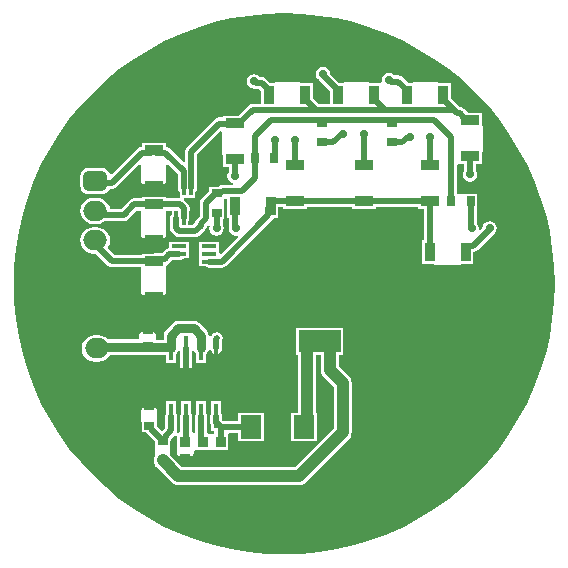
<source format=gbl>
G04*
G04 #@! TF.GenerationSoftware,Altium Limited,Altium Designer,21.4.1 (30)*
G04*
G04 Layer_Physical_Order=2*
G04 Layer_Color=16711680*
%FSLAX25Y25*%
%MOIN*%
G70*
G04*
G04 #@! TF.SameCoordinates,C5A25FCA-50C6-4F6C-8C9A-811C773B13C6*
G04*
G04*
G04 #@! TF.FilePolarity,Positive*
G04*
G01*
G75*
%ADD20C,0.02000*%
G04:AMPARAMS|DCode=21|XSize=66.93mil|YSize=78.74mil|CornerRadius=16.73mil|HoleSize=0mil|Usage=FLASHONLY|Rotation=270.000|XOffset=0mil|YOffset=0mil|HoleType=Round|Shape=RoundedRectangle|*
%AMROUNDEDRECTD21*
21,1,0.06693,0.04528,0,0,270.0*
21,1,0.03347,0.07874,0,0,270.0*
1,1,0.03346,-0.02264,-0.01673*
1,1,0.03346,-0.02264,0.01673*
1,1,0.03346,0.02264,0.01673*
1,1,0.03346,0.02264,-0.01673*
%
%ADD21ROUNDEDRECTD21*%
%ADD22O,0.07874X0.06693*%
%ADD23C,0.23622*%
%ADD24C,0.02756*%
%ADD25R,0.01181X0.05118*%
%ADD26R,0.06496X0.03543*%
%ADD27R,0.03347X0.02756*%
%ADD28R,0.02756X0.03347*%
%ADD29R,0.14173X0.07284*%
%ADD30R,0.07087X0.07874*%
%ADD31R,0.01772X0.08465*%
%ADD32R,0.12205X0.09449*%
%ADD33R,0.03740X0.03740*%
%ADD34R,0.03740X0.03740*%
%ADD35R,0.03543X0.06496*%
%ADD36R,0.05118X0.01181*%
%ADD37C,0.04000*%
%ADD38C,0.03000*%
G36*
X383399Y392507D02*
X389274Y391929D01*
X395097Y390967D01*
X400845Y389627D01*
X406494Y387913D01*
X412018Y385834D01*
X417394Y383398D01*
X422600Y380616D01*
X427613Y377499D01*
X432410Y374061D01*
X436973Y370316D01*
X441281Y366281D01*
X445316Y361973D01*
X449061Y357410D01*
X452499Y352613D01*
X455616Y347600D01*
X458398Y342394D01*
X460834Y337018D01*
X462913Y331494D01*
X464627Y325846D01*
X465967Y320097D01*
X466929Y314274D01*
X467507Y308399D01*
X467700Y302500D01*
X467507Y296601D01*
X466929Y290726D01*
X465967Y284903D01*
X464627Y279154D01*
X462913Y273506D01*
X460834Y267982D01*
X458398Y262606D01*
X455616Y257400D01*
X452499Y252387D01*
X449061Y247590D01*
X445316Y243027D01*
X441281Y238719D01*
X436973Y234684D01*
X432410Y230939D01*
X427613Y227501D01*
X422600Y224384D01*
X417394Y221602D01*
X412018Y219166D01*
X406494Y217087D01*
X400845Y215373D01*
X395097Y214033D01*
X389274Y213071D01*
X383399Y212493D01*
X377500Y212300D01*
X371601Y212493D01*
X365726Y213071D01*
X359903Y214033D01*
X354154Y215373D01*
X348506Y217087D01*
X342982Y219166D01*
X337606Y221602D01*
X332400Y224384D01*
X327387Y227501D01*
X322590Y230939D01*
X318027Y234684D01*
X313719Y238719D01*
X309684Y243027D01*
X305939Y247590D01*
X302501Y252387D01*
X299384Y257400D01*
X296602Y262606D01*
X294166Y267982D01*
X292087Y273506D01*
X290373Y279154D01*
X289033Y284903D01*
X288071Y290726D01*
X287493Y296601D01*
X287300Y302500D01*
X287493Y308399D01*
X288071Y314274D01*
X289033Y320097D01*
X290373Y325846D01*
X292087Y331494D01*
X294166Y337018D01*
X296602Y342394D01*
X299384Y347600D01*
X302501Y352613D01*
X305939Y357410D01*
X309684Y361973D01*
X313719Y366281D01*
X318027Y370316D01*
X322590Y374061D01*
X327387Y377499D01*
X332400Y380616D01*
X337606Y383398D01*
X342982Y385834D01*
X348506Y387913D01*
X354154Y389627D01*
X359903Y390967D01*
X365726Y391929D01*
X371601Y392507D01*
X377500Y392700D01*
X383399Y392507D01*
D02*
G37*
%LPC*%
G36*
X390500Y374924D02*
X389572Y374740D01*
X388786Y374214D01*
X388260Y373428D01*
X388075Y372500D01*
X388260Y371572D01*
X388786Y370786D01*
X388970Y370662D01*
X389058Y370531D01*
X392937Y366652D01*
Y362539D01*
X388872D01*
X387063Y364348D01*
Y369535D01*
X383108D01*
X383024Y369592D01*
X382634Y369669D01*
X374366D01*
X373976Y369592D01*
X373892Y369535D01*
X372821D01*
X371488Y370868D01*
X370827Y371310D01*
X370046Y371465D01*
X369381D01*
X369214Y371714D01*
X368428Y372240D01*
X367500Y372425D01*
X366572Y372240D01*
X365786Y371714D01*
X365260Y370928D01*
X365075Y370000D01*
X365260Y369072D01*
X365786Y368286D01*
X366572Y367760D01*
X367135Y367648D01*
X367294Y367542D01*
X368074Y367387D01*
X368074Y367387D01*
X369202D01*
X369937Y366652D01*
Y362539D01*
X366972D01*
X366192Y362384D01*
X365530Y361942D01*
X362152Y358563D01*
X356965D01*
Y357963D01*
X355924D01*
X355143Y357807D01*
X354482Y357365D01*
X354482Y357365D01*
X345117Y348001D01*
X344675Y347339D01*
X344520Y346559D01*
Y343209D01*
X343966Y342979D01*
X339270Y347674D01*
X338609Y348116D01*
X338035Y348230D01*
Y349563D01*
X329965D01*
Y348218D01*
X329452Y348116D01*
X328790Y347674D01*
X319997Y338880D01*
X319368Y339056D01*
X319099Y339706D01*
X318670Y340265D01*
X318112Y340693D01*
X317462Y340963D01*
X316764Y341055D01*
X312236D01*
X311538Y340963D01*
X310888Y340693D01*
X310330Y340265D01*
X309901Y339706D01*
X309632Y339056D01*
X309540Y338358D01*
Y335012D01*
X309632Y334314D01*
X309901Y333664D01*
X310330Y333105D01*
X310888Y332677D01*
X311538Y332407D01*
X312236Y332315D01*
X316764D01*
X317462Y332407D01*
X318112Y332677D01*
X318670Y333105D01*
X319099Y333664D01*
X319302Y334155D01*
X320194D01*
X320975Y334310D01*
X321636Y334752D01*
X329276Y342393D01*
X329831Y342163D01*
Y336866D01*
X329908Y336476D01*
X330129Y336145D01*
X330460Y335924D01*
X330850Y335846D01*
X337150D01*
X337540Y335924D01*
X337871Y336145D01*
X338092Y336476D01*
X338169Y336866D01*
Y342224D01*
X338723Y342453D01*
X341961Y339216D01*
Y334500D01*
X342116Y333720D01*
X342558Y333058D01*
X342622Y333015D01*
Y331524D01*
X342622Y331154D01*
X342086Y331000D01*
X338035D01*
Y331563D01*
X329965D01*
Y331000D01*
X327480D01*
X326700Y330845D01*
X326038Y330403D01*
X323175Y327539D01*
X319383D01*
X319325Y327977D01*
X318887Y329034D01*
X318191Y329942D01*
X317283Y330639D01*
X316225Y331077D01*
X315091Y331226D01*
X313909D01*
X312775Y331077D01*
X311718Y330639D01*
X310809Y329942D01*
X310113Y329034D01*
X309675Y327977D01*
X309525Y326842D01*
X309675Y325708D01*
X310113Y324651D01*
X310809Y323743D01*
X311718Y323046D01*
X312775Y322608D01*
X313909Y322459D01*
X315091D01*
X316225Y322608D01*
X317283Y323046D01*
X317823Y323461D01*
X324020D01*
X324800Y323616D01*
X325462Y324058D01*
X328325Y326922D01*
X329831D01*
Y318866D01*
X329908Y318476D01*
X330129Y318145D01*
X330460Y317924D01*
X330850Y317846D01*
X337150D01*
X337540Y317924D01*
X337871Y318145D01*
X338092Y318476D01*
X338169Y318866D01*
Y326922D01*
X340063D01*
Y325945D01*
X339999Y325903D01*
X339557Y325241D01*
X339402Y324461D01*
Y321172D01*
X339557Y320391D01*
X339999Y319730D01*
X341171Y318558D01*
X341171Y318558D01*
X341832Y318116D01*
X342613Y317961D01*
X347776D01*
X348556Y318116D01*
X349218Y318558D01*
X351079Y320419D01*
X351521Y321081D01*
X351625Y321605D01*
X352094Y322075D01*
X352724Y321918D01*
X352751Y321883D01*
X352575Y321000D01*
X352760Y320072D01*
X353286Y319286D01*
X354072Y318760D01*
X355000Y318576D01*
X355928Y318760D01*
X356714Y319286D01*
X357240Y320072D01*
X357424Y321000D01*
X357240Y321928D01*
X357039Y322228D01*
Y324087D01*
X357461D01*
Y327254D01*
X357517Y327338D01*
X357594Y327728D01*
Y330912D01*
X357837Y331112D01*
X358437Y330829D01*
Y324465D01*
X359209D01*
Y321671D01*
X359075Y321000D01*
X359260Y320072D01*
X359786Y319286D01*
X360572Y318760D01*
X361500Y318576D01*
X361758Y318627D01*
X362054Y318074D01*
X356486Y312506D01*
X355886Y312754D01*
Y316437D01*
X349193D01*
Y313681D01*
Y311122D01*
X349193D01*
Y308563D01*
X351015D01*
X351058Y308499D01*
X351720Y308057D01*
X352500Y307902D01*
X356805D01*
X357585Y308057D01*
X358247Y308499D01*
X373674Y323926D01*
X374034Y324465D01*
X375563D01*
Y327957D01*
X376965D01*
Y327437D01*
X385035D01*
Y327957D01*
X399965D01*
Y327437D01*
X408035D01*
Y327957D01*
X421965D01*
Y327437D01*
X423961D01*
Y317035D01*
X423437D01*
Y308965D01*
X427392D01*
X427476Y308908D01*
X427866Y308831D01*
X436134D01*
X436524Y308908D01*
X436608Y308965D01*
X440563D01*
Y313209D01*
X440612D01*
X441392Y313364D01*
X442054Y313806D01*
X447169Y318921D01*
X447714Y319286D01*
X448240Y320072D01*
X448424Y321000D01*
X448240Y321928D01*
X447714Y322714D01*
X446928Y323240D01*
X446000Y323425D01*
X445072Y323240D01*
X444286Y322714D01*
X443760Y321928D01*
X443599Y321119D01*
X442926Y320446D01*
X442373Y320742D01*
X442424Y321000D01*
X442240Y321928D01*
X441913Y322417D01*
Y327539D01*
X441913D01*
Y332461D01*
X438746D01*
X438662Y332517D01*
X438272Y332594D01*
X435039D01*
Y342016D01*
X435465Y342437D01*
X437461D01*
Y340228D01*
X437260Y339928D01*
X437076Y339000D01*
X437260Y338072D01*
X437786Y337286D01*
X438572Y336760D01*
X439500Y336576D01*
X440428Y336760D01*
X441214Y337286D01*
X441740Y338072D01*
X441924Y339000D01*
X441740Y339928D01*
X441539Y340228D01*
Y342437D01*
X443535D01*
Y346392D01*
X443592Y346476D01*
X443669Y346866D01*
Y355134D01*
X443592Y355524D01*
X443535Y355608D01*
Y359563D01*
X438775D01*
X438694Y359684D01*
X438694Y359684D01*
X437522Y360855D01*
X436861Y361297D01*
X436080Y361453D01*
X435959D01*
X435469Y361942D01*
X435469Y361942D01*
X433063Y364348D01*
Y369535D01*
X429108D01*
X429024Y369592D01*
X428634Y369669D01*
X420366D01*
X419976Y369592D01*
X419892Y369535D01*
X418821D01*
X416988Y371368D01*
X416327Y371810D01*
X415547Y371965D01*
X414381D01*
X414214Y372214D01*
X413428Y372740D01*
X412500Y372924D01*
X411572Y372740D01*
X410786Y372214D01*
X410260Y371428D01*
X410076Y370500D01*
X410156Y370097D01*
X409656Y369535D01*
X406108D01*
X406024Y369592D01*
X405634Y369669D01*
X397366D01*
X396976Y369592D01*
X396892Y369535D01*
X395821D01*
X392913Y372443D01*
X392924Y372500D01*
X392740Y373428D01*
X392214Y374214D01*
X391428Y374740D01*
X390500Y374924D01*
D02*
G37*
G36*
X315091Y321384D02*
X313909D01*
X312775Y321235D01*
X311718Y320797D01*
X310809Y320100D01*
X310113Y319192D01*
X309675Y318135D01*
X309525Y317000D01*
X309675Y315865D01*
X310113Y314808D01*
X310809Y313900D01*
X311718Y313203D01*
X312775Y312765D01*
X313909Y312616D01*
X314658D01*
X318712Y308562D01*
X319373Y308120D01*
X320153Y307965D01*
X329831D01*
Y299866D01*
X329908Y299476D01*
X330129Y299145D01*
X330460Y298924D01*
X330850Y298847D01*
X337150D01*
X337540Y298924D01*
X337871Y299145D01*
X338092Y299476D01*
X338169Y299866D01*
Y308134D01*
X338092Y308524D01*
X338523Y308949D01*
X339099Y309334D01*
X340045Y310280D01*
X342500D01*
X343280Y310435D01*
X343942Y310877D01*
X344106Y311122D01*
X345847D01*
Y313681D01*
Y316437D01*
X339154D01*
Y314349D01*
X338420Y314203D01*
X337759Y313761D01*
X336813Y312815D01*
X334772D01*
X333991Y312660D01*
X333847Y312563D01*
X329965D01*
Y312043D01*
X320998D01*
X318603Y314438D01*
X318887Y314808D01*
X319325Y315865D01*
X319475Y317000D01*
X319325Y318135D01*
X318887Y319192D01*
X318191Y320100D01*
X317283Y320797D01*
X316225Y321235D01*
X315091Y321384D01*
D02*
G37*
G36*
X347457Y290177D02*
X342228D01*
X341252Y289983D01*
X340425Y289430D01*
X338040Y287045D01*
X337488Y286218D01*
X337294Y285243D01*
Y283853D01*
X334791D01*
Y285437D01*
X334714Y285827D01*
X334493Y286158D01*
X334162Y286379D01*
X333772Y286457D01*
X330228D01*
X329838Y286379D01*
X329507Y286158D01*
X329286Y285827D01*
X329209Y285437D01*
Y284049D01*
X318730D01*
X318690Y284100D01*
X317782Y284797D01*
X316725Y285235D01*
X315591Y285384D01*
X314409D01*
X313275Y285235D01*
X312217Y284797D01*
X311310Y284100D01*
X310613Y283192D01*
X310175Y282135D01*
X310026Y281000D01*
X310175Y279865D01*
X310613Y278808D01*
X311310Y277900D01*
X312217Y277203D01*
X313275Y276765D01*
X314409Y276616D01*
X315591D01*
X316725Y276765D01*
X317782Y277203D01*
X318690Y277900D01*
X319387Y278808D01*
X319446Y278951D01*
X329343D01*
Y278842D01*
X331560D01*
X332000Y278755D01*
X338169D01*
Y276088D01*
X341516D01*
Y279219D01*
X341645Y279306D01*
X342197Y280133D01*
X342203Y280162D01*
X342803Y280103D01*
Y272289D01*
X342959Y271509D01*
X343401Y270847D01*
X345901Y268347D01*
X346562Y267905D01*
X347342Y267750D01*
X348123Y267905D01*
X348784Y268347D01*
X349226Y269009D01*
X349382Y269789D01*
X349226Y270570D01*
X348784Y271231D01*
X346882Y273134D01*
Y280103D01*
X347482Y280162D01*
X347488Y280133D01*
X348040Y279306D01*
X348169Y279219D01*
Y276088D01*
X351516D01*
Y279219D01*
X351645Y279306D01*
X352198Y280133D01*
X352291Y280606D01*
X352903D01*
X352959Y280328D01*
X353401Y279666D01*
X354062Y279224D01*
X354842Y279069D01*
X355623Y279224D01*
X356284Y279666D01*
X356727Y280328D01*
X356882Y281108D01*
Y283715D01*
X356996Y284289D01*
X356841Y285070D01*
X356399Y285731D01*
X355737Y286173D01*
X354957Y286328D01*
X354176Y286173D01*
X353515Y285731D01*
X353401Y285617D01*
X352992Y285005D01*
X352948Y285000D01*
X352392Y285243D01*
X352198Y286218D01*
X351645Y287045D01*
X349260Y289430D01*
X348433Y289983D01*
X347457Y290177D01*
D02*
G37*
G36*
X372673Y285328D02*
X368673D01*
X367893Y285173D01*
X367231Y284731D01*
X366789Y284070D01*
X366634Y283289D01*
X366789Y282509D01*
X367231Y281847D01*
X367893Y281405D01*
X368673Y281250D01*
X372673D01*
X373454Y281405D01*
X374115Y281847D01*
X374557Y282509D01*
X374712Y283289D01*
X374557Y284070D01*
X374115Y284731D01*
X373454Y285173D01*
X372673Y285328D01*
D02*
G37*
G36*
X397217Y287718D02*
X381469D01*
Y278860D01*
X381974D01*
Y259514D01*
X379870D01*
Y250065D01*
X388531D01*
Y259514D01*
X388026D01*
Y278860D01*
X389761D01*
Y273747D01*
X389865Y272964D01*
X390167Y272234D01*
X390648Y271607D01*
X393974Y268281D01*
Y257500D01*
Y254253D01*
X381247Y241526D01*
X343505D01*
X339594Y245437D01*
Y248772D01*
X339517Y249162D01*
X339461Y249246D01*
Y249701D01*
X339557Y249846D01*
X339708Y250606D01*
X341243Y252140D01*
X341420Y252122D01*
X341843Y251937D01*
Y248459D01*
X341786Y248374D01*
X341709Y247984D01*
Y246016D01*
X341786Y245626D01*
X342007Y245295D01*
X342338Y245074D01*
X342728Y244996D01*
X346272D01*
X346662Y245074D01*
X346993Y245295D01*
X347214Y245626D01*
X347291Y246016D01*
Y246748D01*
X347732Y247132D01*
X347891Y247132D01*
X351884D01*
X351968Y247076D01*
X352358Y246998D01*
X354327D01*
X354717Y247076D01*
X354801Y247132D01*
X358953D01*
Y252447D01*
X359413Y252785D01*
X362154D01*
Y250065D01*
X370815D01*
Y259514D01*
X362154D01*
Y256864D01*
X357140D01*
X356882Y257122D01*
Y258470D01*
X356727Y259251D01*
X356516Y259566D01*
Y263490D01*
X353169D01*
Y259566D01*
X352959Y259251D01*
X352803Y258470D01*
Y256110D01*
X352959Y255330D01*
X353169Y255015D01*
Y253451D01*
X354256D01*
Y252580D01*
X352358D01*
X351905Y253102D01*
Y258470D01*
X351750Y259251D01*
X351516Y259601D01*
Y263490D01*
X348169D01*
Y259531D01*
X347982Y259251D01*
X347827Y258470D01*
Y253026D01*
X347650Y252871D01*
X347422Y252750D01*
X346882Y252995D01*
Y258470D01*
X346726Y259251D01*
X346516Y259566D01*
Y263490D01*
X343169D01*
Y259566D01*
X342959Y259251D01*
X342803Y258470D01*
Y252957D01*
X342276Y252652D01*
X342203Y252655D01*
X341796Y253191D01*
X341882Y253624D01*
Y258470D01*
X341726Y259251D01*
X341516Y259566D01*
Y263490D01*
X338169D01*
Y259566D01*
X337959Y259251D01*
X337803Y258470D01*
Y254468D01*
X336734Y253398D01*
X335201Y254931D01*
X335057Y255654D01*
X334961Y255799D01*
Y256254D01*
X335017Y256338D01*
X335094Y256728D01*
Y260272D01*
X335017Y260662D01*
X334796Y260993D01*
X334465Y261214D01*
X334075Y261291D01*
X330925D01*
X330535Y261214D01*
X330204Y260993D01*
X329983Y260662D01*
X329906Y260272D01*
Y256728D01*
X329983Y256338D01*
X330039Y256254D01*
Y253087D01*
X331428D01*
X331731Y252633D01*
X334424Y249940D01*
X334443Y249846D01*
X334539Y249701D01*
Y249246D01*
X334483Y249162D01*
X334406Y248772D01*
Y245299D01*
X334380Y245265D01*
X334077Y244535D01*
X333974Y243752D01*
X334077Y242969D01*
X334380Y242239D01*
X334539Y242031D01*
Y241587D01*
X334886D01*
X340112Y236360D01*
X340739Y235879D01*
X341469Y235577D01*
X342252Y235474D01*
X342252Y235474D01*
X382500D01*
X383283Y235577D01*
X384013Y235879D01*
X384640Y236360D01*
X399140Y250860D01*
X399140Y250860D01*
X399621Y251487D01*
X399923Y252217D01*
X400026Y253000D01*
X400026Y253000D01*
Y257500D01*
Y269534D01*
X399923Y270318D01*
X399621Y271047D01*
X399140Y271674D01*
X395813Y275000D01*
Y278860D01*
X397217D01*
Y287718D01*
D02*
G37*
%LPD*%
G36*
X356831Y353098D02*
Y345866D01*
X356908Y345476D01*
X356965Y345392D01*
Y341437D01*
X358961D01*
Y339728D01*
X358760Y339428D01*
X358576Y338500D01*
X358760Y337572D01*
X359286Y336786D01*
X360072Y336260D01*
X360502Y336175D01*
X360442Y335575D01*
X357073D01*
X356293Y335419D01*
X355631Y334977D01*
X355567Y334913D01*
X352539D01*
Y333467D01*
X350056Y330984D01*
X349614Y330322D01*
X349459Y329542D01*
Y325207D01*
X348195Y323943D01*
X347753Y323281D01*
X347649Y322757D01*
X346931Y322039D01*
X345378D01*
Y322976D01*
X345442Y323019D01*
X345884Y323680D01*
X346039Y324461D01*
Y327789D01*
X345884Y328569D01*
X345442Y329231D01*
X345442Y329231D01*
X344270Y330403D01*
X344044Y330554D01*
X344226Y331153D01*
X345378D01*
Y331154D01*
X347937D01*
Y333015D01*
X348001Y333058D01*
X348443Y333720D01*
X348598Y334500D01*
Y345714D01*
X356231Y353347D01*
X356831Y353098D01*
D02*
G37*
D20*
X332795Y255252D02*
X333173Y254874D01*
X332500Y255252D02*
X332795D01*
X333173Y254075D02*
Y254874D01*
X336327Y250626D02*
Y250921D01*
X336705Y250248D02*
X337000D01*
X333173Y254075D02*
X336327Y250921D01*
Y250626D02*
X336705Y250248D01*
X374374Y344626D02*
Y350374D01*
X439500Y339000D02*
Y344996D01*
X426000Y342004D02*
Y351500D01*
X374374Y350374D02*
X374500Y350500D01*
X390500Y371972D02*
Y372500D01*
X381000Y342004D02*
Y350500D01*
X367500Y370000D02*
X368074Y369426D01*
X370046D02*
X372496Y366976D01*
X438776Y315248D02*
X440612D01*
X439874Y321126D02*
Y329874D01*
X355000Y321000D02*
Y326252D01*
X446000Y320636D02*
Y321000D01*
X404000Y342004D02*
Y352500D01*
X439874Y321126D02*
X440000Y321000D01*
X361000Y338500D02*
Y343996D01*
X390500Y371972D02*
X395496Y366976D01*
X368074Y369426D02*
X370046D01*
X412500Y370500D02*
X413074Y369926D01*
X415547D01*
X413500Y349752D02*
X416940D01*
X418688Y351500D01*
X419500D01*
X361248Y321252D02*
Y328248D01*
Y321252D02*
X361500Y321000D01*
X360996Y328500D02*
X361248Y328248D01*
X393940Y349752D02*
X396688Y352500D01*
X390000Y349752D02*
X393940D01*
X396688Y352500D02*
X397000D01*
X440612Y315248D02*
X446000Y320636D01*
X349637Y322501D02*
X351498Y324362D01*
Y329542D01*
X349637Y321861D02*
Y322501D01*
X342613Y320000D02*
X347776D01*
X349637Y321861D01*
X339201Y312319D02*
X342500D01*
X373000Y357000D02*
X390000D01*
X367752Y351752D02*
X373000Y357000D01*
X390000D02*
X391845D01*
X367752Y344500D02*
Y351752D01*
X341441Y321172D02*
Y321286D01*
Y321172D02*
X342613Y320000D01*
X344843Y249884D02*
Y258470D01*
X344795Y249289D02*
Y249836D01*
X344843Y249884D01*
X391845Y357000D02*
X427500D01*
X433000Y330000D02*
Y351500D01*
X355000Y332748D02*
X356286D01*
X354852D02*
X355000D01*
X354705D02*
X354852D01*
X427500Y357000D02*
X433000Y351500D01*
X375044Y360500D02*
X388028D01*
X369984Y360465D02*
X375008D01*
X369949Y360500D02*
X369984Y360465D01*
X366972Y360500D02*
X369949D01*
X375008Y360465D02*
X375044Y360500D01*
X362476Y356004D02*
X366972Y360500D01*
X415984Y360465D02*
X421008D01*
X415949Y360500D02*
X415984Y360465D01*
X434028Y360500D02*
X435114Y359413D01*
X421043Y360500D02*
X434028D01*
X421008Y360465D02*
X421043Y360500D01*
X430504Y364024D02*
X434028Y360500D01*
X411028D02*
X415949D01*
X388028D02*
X392949D01*
X392984Y360465D02*
X398008D01*
X398043Y360500D01*
X384504Y364024D02*
X388028Y360500D01*
X407504Y364024D02*
X411028Y360500D01*
X398043D02*
X411028D01*
X392949D02*
X392984Y360465D01*
X346559Y334500D02*
Y346559D01*
X355924Y355924D01*
X360920D02*
X361000Y356004D01*
X355924Y355924D02*
X360920D01*
X334000Y310004D02*
X334863D01*
X320153D02*
X334000D01*
X334772Y310776D01*
X337657D01*
X339201Y312319D01*
X344000Y334500D02*
Y340061D01*
X337828Y346232D02*
X344000Y340061D01*
X334925Y346232D02*
X337828D01*
X334000Y347158D02*
X334925Y346232D01*
X361000Y356004D02*
X362476D01*
X315352Y336194D02*
X320194D01*
X333075Y346232D02*
X334000Y347158D01*
X330232Y346232D02*
X333075D01*
X314500Y335343D02*
X315352Y336194D01*
X320194D02*
X330232Y346232D01*
X341441Y321286D02*
Y324461D01*
X344000D02*
Y327789D01*
X342828Y328961D02*
X344000Y327789D01*
X334000Y328961D02*
X342828D01*
X327480D02*
X334000D01*
X324020Y325500D02*
X327480Y328961D01*
X314500Y315657D02*
X320153Y310004D01*
X351498Y329542D02*
X354705Y332748D01*
X357073Y333535D02*
X363535D01*
X356286Y332748D02*
X357073Y333535D01*
X363535D02*
X367752Y337752D01*
X435114Y359413D02*
X436080D01*
X430504Y364024D02*
Y365500D01*
X438024Y357004D02*
X439500D01*
X437252Y357776D02*
Y358242D01*
Y357776D02*
X438024Y357004D01*
X436080Y359413D02*
X437252Y358242D01*
X384504Y364024D02*
Y365500D01*
X407504Y364024D02*
Y365500D01*
X374248Y344500D02*
X374374Y344626D01*
X395496Y365500D02*
Y366976D01*
X372496Y365500D02*
Y366976D01*
X418496Y365500D02*
Y366976D01*
X415547Y369926D02*
X418496Y366976D01*
X367752Y337752D02*
Y344500D01*
X352500Y309941D02*
X356805D01*
X372232Y325368D01*
X381000Y329996D02*
X403000D01*
X373776D02*
X381000D01*
X373004Y328500D02*
Y329224D01*
X373776Y329996D01*
X372232Y325368D02*
Y327728D01*
X373004Y328500D01*
X438004Y314476D02*
X438776Y315248D01*
X439748Y330000D02*
X439874Y329874D01*
X438004Y313000D02*
Y314476D01*
X403000Y329996D02*
X426000D01*
Y312247D02*
Y329996D01*
X314500Y325500D02*
X324020D01*
X368673Y283289D02*
X372673D01*
X337673Y250626D02*
Y251454D01*
X339843Y253624D01*
X337462Y250415D02*
X337673Y250626D01*
X344843Y272289D02*
X347342Y269789D01*
X344843Y272289D02*
Y281108D01*
X349866Y249813D02*
Y258470D01*
X356295Y249789D02*
Y254825D01*
X354957Y255996D02*
X355124D01*
X354842Y256110D02*
Y258470D01*
X355124Y255996D02*
X356295Y254825D01*
X354842Y256110D02*
X354957Y255996D01*
X354842Y284175D02*
X354957Y284289D01*
X354842Y281108D02*
Y284175D01*
X339843Y253624D02*
Y258470D01*
X366449Y254825D02*
X366484Y254789D01*
X356295Y254825D02*
X366449D01*
D21*
X314500Y336685D02*
D03*
X315000Y290843D02*
D03*
D22*
X314500Y326842D02*
D03*
Y317000D02*
D03*
X315000Y281000D02*
D03*
D23*
X395000Y228500D02*
D03*
X342000Y363000D02*
D03*
D24*
X452756Y334646D02*
D03*
X462598Y314961D02*
D03*
X452756Y255906D02*
D03*
X433071Y295276D02*
D03*
X423228Y236221D02*
D03*
X374016Y374016D02*
D03*
Y216535D02*
D03*
X354331Y374016D02*
D03*
X324803Y354331D02*
D03*
Y314961D02*
D03*
Y275591D02*
D03*
X314961Y255906D02*
D03*
X324803Y236221D02*
D03*
X295276Y334646D02*
D03*
X305118Y314961D02*
D03*
X295276Y295276D02*
D03*
X305118Y275591D02*
D03*
X446000Y321000D02*
D03*
X390500Y372500D02*
D03*
X367500Y370000D02*
D03*
X419500Y351500D02*
D03*
X355000Y321000D02*
D03*
X381000Y350500D02*
D03*
X361500Y321000D02*
D03*
X439500Y339000D02*
D03*
X426000Y351500D02*
D03*
X412500Y370500D02*
D03*
X397000Y257500D02*
D03*
X440000Y321000D02*
D03*
X374500Y350500D02*
D03*
X353000Y343000D02*
D03*
X404000Y352500D02*
D03*
X397000D02*
D03*
X361000Y338500D02*
D03*
D25*
X344000Y334500D02*
D03*
X341441D02*
D03*
X344000Y324461D02*
D03*
X341441D02*
D03*
X346559Y334500D02*
D03*
Y324461D02*
D03*
D26*
X334000Y297996D02*
D03*
Y310004D02*
D03*
X381000Y342004D02*
D03*
Y329996D02*
D03*
X334000Y334996D02*
D03*
Y347004D02*
D03*
X426000Y329996D02*
D03*
Y342004D02*
D03*
X404000Y329996D02*
D03*
Y342004D02*
D03*
X334000Y329004D02*
D03*
Y316996D02*
D03*
X439500Y357004D02*
D03*
Y344996D02*
D03*
X361000Y343996D02*
D03*
Y356004D02*
D03*
D27*
X413500Y349752D02*
D03*
Y356248D02*
D03*
X390000D02*
D03*
Y349752D02*
D03*
X332500Y255252D02*
D03*
Y261748D02*
D03*
X337000Y243752D02*
D03*
Y250248D02*
D03*
X355000Y332748D02*
D03*
Y326252D02*
D03*
D28*
X367752Y344500D02*
D03*
X374248D02*
D03*
X433252Y330000D02*
D03*
X439748D02*
D03*
D29*
X389342Y283289D02*
D03*
X368673D02*
D03*
D30*
X366484Y254789D02*
D03*
X384201D02*
D03*
D31*
X354842Y281108D02*
D03*
Y258470D02*
D03*
X349843D02*
D03*
X344843D02*
D03*
X339843D02*
D03*
X349843Y281108D02*
D03*
X344843D02*
D03*
X339843D02*
D03*
D32*
X347342Y269789D02*
D03*
D33*
X344500Y244047D02*
D03*
Y249953D02*
D03*
X332000Y287405D02*
D03*
Y281500D02*
D03*
D34*
X356295Y249789D02*
D03*
X350390D02*
D03*
D35*
X372496Y365500D02*
D03*
X384504D02*
D03*
X438004Y313000D02*
D03*
X425996D02*
D03*
X360996Y328500D02*
D03*
X373004D02*
D03*
X395496Y365500D02*
D03*
X407504D02*
D03*
X418496D02*
D03*
X430504D02*
D03*
D36*
X352539Y312500D02*
D03*
Y315059D02*
D03*
X342500Y312500D02*
D03*
Y315059D02*
D03*
X352539Y309941D02*
D03*
X342500D02*
D03*
D37*
X397000Y257329D02*
Y269534D01*
Y253000D02*
Y257500D01*
X382500Y238500D02*
X397000Y253000D01*
X342252Y238500D02*
X382500D01*
X392787Y273747D02*
Y283289D01*
Y273747D02*
X397000Y269534D01*
X337000Y243752D02*
X342252Y238500D01*
X386642Y283289D02*
X392787D01*
X385000Y281647D02*
X386642Y283289D01*
X384201Y254789D02*
X385000Y255588D01*
Y281647D01*
D38*
X315000Y280000D02*
X316590D01*
X318090Y281500D02*
X332000D01*
X316590Y280000D02*
X318090Y281500D01*
X339843Y285243D02*
X342228Y287628D01*
X332000Y281304D02*
X339647D01*
X339843Y281108D02*
Y285243D01*
X342228Y287628D02*
X347457D01*
X349843Y285243D01*
Y281108D02*
Y285243D01*
X339647Y281304D02*
X339843Y281108D01*
M02*

</source>
